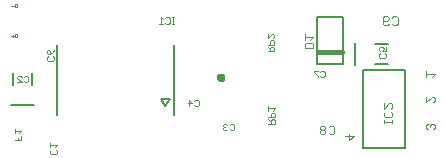
<source format=gbr>
G04 EAGLE Gerber RS-274X export*
G75*
%MOMM*%
%FSLAX34Y34*%
%LPD*%
%INSilkscreen Bottom*%
%IPPOS*%
%AMOC8*
5,1,8,0,0,1.08239X$1,22.5*%
G01*
%ADD10C,0.406400*%
%ADD11C,0.050800*%
%ADD12C,0.076200*%
%ADD13C,0.203200*%
%ADD14C,0.127000*%
%ADD15C,0.101600*%
%ADD16C,0.025400*%


D10*
X191604Y91694D02*
X191606Y91769D01*
X191612Y91844D01*
X191622Y91919D01*
X191635Y91993D01*
X191653Y92066D01*
X191674Y92138D01*
X191699Y92209D01*
X191728Y92278D01*
X191761Y92346D01*
X191796Y92412D01*
X191836Y92476D01*
X191878Y92538D01*
X191924Y92598D01*
X191973Y92655D01*
X192025Y92709D01*
X192079Y92761D01*
X192136Y92810D01*
X192196Y92856D01*
X192258Y92898D01*
X192322Y92938D01*
X192388Y92973D01*
X192456Y93006D01*
X192525Y93035D01*
X192596Y93060D01*
X192668Y93081D01*
X192741Y93099D01*
X192815Y93112D01*
X192890Y93122D01*
X192965Y93128D01*
X193040Y93130D01*
X193115Y93128D01*
X193190Y93122D01*
X193265Y93112D01*
X193339Y93099D01*
X193412Y93081D01*
X193484Y93060D01*
X193555Y93035D01*
X193624Y93006D01*
X193692Y92973D01*
X193758Y92938D01*
X193822Y92898D01*
X193884Y92856D01*
X193944Y92810D01*
X194001Y92761D01*
X194055Y92709D01*
X194107Y92655D01*
X194156Y92598D01*
X194202Y92538D01*
X194244Y92476D01*
X194284Y92412D01*
X194319Y92346D01*
X194352Y92278D01*
X194381Y92209D01*
X194406Y92138D01*
X194427Y92066D01*
X194445Y91993D01*
X194458Y91919D01*
X194468Y91844D01*
X194474Y91769D01*
X194476Y91694D01*
X194474Y91619D01*
X194468Y91544D01*
X194458Y91469D01*
X194445Y91395D01*
X194427Y91322D01*
X194406Y91250D01*
X194381Y91179D01*
X194352Y91110D01*
X194319Y91042D01*
X194284Y90976D01*
X194244Y90912D01*
X194202Y90850D01*
X194156Y90790D01*
X194107Y90733D01*
X194055Y90679D01*
X194001Y90627D01*
X193944Y90578D01*
X193884Y90532D01*
X193822Y90490D01*
X193758Y90450D01*
X193692Y90415D01*
X193624Y90382D01*
X193555Y90353D01*
X193484Y90328D01*
X193412Y90307D01*
X193339Y90289D01*
X193265Y90276D01*
X193190Y90266D01*
X193115Y90260D01*
X193040Y90258D01*
X192965Y90260D01*
X192890Y90266D01*
X192815Y90276D01*
X192741Y90289D01*
X192668Y90307D01*
X192596Y90328D01*
X192525Y90353D01*
X192456Y90382D01*
X192388Y90415D01*
X192322Y90450D01*
X192258Y90490D01*
X192196Y90532D01*
X192136Y90578D01*
X192079Y90627D01*
X192025Y90679D01*
X191973Y90733D01*
X191924Y90790D01*
X191878Y90850D01*
X191836Y90912D01*
X191796Y90976D01*
X191761Y91042D01*
X191728Y91110D01*
X191699Y91179D01*
X191674Y91250D01*
X191653Y91322D01*
X191635Y91395D01*
X191622Y91469D01*
X191612Y91544D01*
X191606Y91619D01*
X191604Y91694D01*
D11*
X54353Y29670D02*
X53421Y30602D01*
X54353Y29670D02*
X54353Y27806D01*
X53421Y26874D01*
X49692Y26874D01*
X48760Y27806D01*
X48760Y29670D01*
X49692Y30602D01*
X52489Y32487D02*
X54353Y34351D01*
X48760Y34351D01*
X48760Y32487D02*
X48760Y36215D01*
X200538Y51397D02*
X201470Y52329D01*
X203334Y52329D01*
X204266Y51397D01*
X204266Y47668D01*
X203334Y46736D01*
X201470Y46736D01*
X200538Y47668D01*
X198653Y51397D02*
X197721Y52329D01*
X195857Y52329D01*
X194925Y51397D01*
X194925Y50465D01*
X195857Y49532D01*
X196789Y49532D01*
X195857Y49532D02*
X194925Y48600D01*
X194925Y47668D01*
X195857Y46736D01*
X197721Y46736D01*
X198653Y47668D01*
X171498Y72903D02*
X170566Y71971D01*
X171498Y72903D02*
X173362Y72903D01*
X174294Y71971D01*
X174294Y68242D01*
X173362Y67310D01*
X171498Y67310D01*
X170566Y68242D01*
X165885Y67310D02*
X165885Y72903D01*
X168681Y70106D01*
X164953Y70106D01*
D12*
X337840Y142161D02*
X339069Y143389D01*
X341527Y143389D01*
X342755Y142161D01*
X342755Y137246D01*
X341527Y136017D01*
X339069Y136017D01*
X337840Y137246D01*
X335271Y137246D02*
X334042Y136017D01*
X331585Y136017D01*
X330356Y137246D01*
X330356Y142161D01*
X331585Y143389D01*
X334042Y143389D01*
X335271Y142161D01*
X335271Y140932D01*
X334042Y139703D01*
X330356Y139703D01*
D11*
X239019Y52324D02*
X233426Y52324D01*
X239019Y52324D02*
X239019Y55120D01*
X238087Y56053D01*
X236222Y56053D01*
X235290Y55120D01*
X235290Y52324D01*
X235290Y54188D02*
X233426Y56053D01*
X233426Y57937D02*
X239019Y57937D01*
X239019Y60733D01*
X238087Y61666D01*
X236222Y61666D01*
X235290Y60733D01*
X235290Y57937D01*
X237155Y63550D02*
X239019Y65414D01*
X233426Y65414D01*
X233426Y63550D02*
X233426Y67279D01*
X232664Y113792D02*
X238257Y113792D01*
X238257Y116588D01*
X237325Y117521D01*
X235460Y117521D01*
X234528Y116588D01*
X234528Y113792D01*
X234528Y115656D02*
X232664Y117521D01*
X232664Y119405D02*
X238257Y119405D01*
X238257Y122201D01*
X237325Y123134D01*
X235460Y123134D01*
X234528Y122201D01*
X234528Y119405D01*
X232664Y125018D02*
X232664Y128747D01*
X232664Y125018D02*
X236393Y128747D01*
X237325Y128747D01*
X238257Y127815D01*
X238257Y125950D01*
X237325Y125018D01*
D13*
X153670Y119126D02*
X153670Y59436D01*
X54610Y59436D02*
X54610Y119126D01*
X142240Y73406D02*
X149860Y73406D01*
X146050Y67056D02*
X142240Y73406D01*
X146050Y67056D02*
X149860Y73406D01*
D11*
X151552Y137160D02*
X153416Y137160D01*
X152484Y137160D02*
X152484Y142753D01*
X153416Y142753D02*
X151552Y142753D01*
X146878Y142753D02*
X145945Y141821D01*
X146878Y142753D02*
X148742Y142753D01*
X149674Y141821D01*
X149674Y138092D01*
X148742Y137160D01*
X146878Y137160D01*
X145945Y138092D01*
X144061Y140889D02*
X142197Y142753D01*
X142197Y137160D01*
X144061Y137160D02*
X140332Y137160D01*
X24135Y38608D02*
X18542Y38608D01*
X24135Y38608D02*
X24135Y42337D01*
X21338Y40472D02*
X21338Y38608D01*
X22271Y44221D02*
X24135Y46085D01*
X18542Y46085D01*
X18542Y44221D02*
X18542Y47950D01*
D14*
X323850Y103378D02*
X334518Y103378D01*
X334518Y119634D02*
X323850Y119634D01*
X307086Y121158D02*
X307086Y101854D01*
D11*
X331813Y111933D02*
X332745Y111000D01*
X332745Y109136D01*
X331813Y108204D01*
X328084Y108204D01*
X327152Y109136D01*
X327152Y111000D01*
X328084Y111933D01*
X332745Y113817D02*
X332745Y117546D01*
X332745Y113817D02*
X329948Y113817D01*
X330881Y115681D01*
X330881Y116613D01*
X329948Y117546D01*
X328084Y117546D01*
X327152Y116613D01*
X327152Y114749D01*
X328084Y113817D01*
D14*
X33528Y95504D02*
X33528Y84836D01*
X17272Y84836D02*
X17272Y95504D01*
X15748Y68072D02*
X35052Y68072D01*
D11*
X26244Y92291D02*
X27176Y93223D01*
X29040Y93223D01*
X29972Y92291D01*
X29972Y88562D01*
X29040Y87630D01*
X27176Y87630D01*
X26244Y88562D01*
X24359Y87630D02*
X20630Y87630D01*
X24359Y87630D02*
X20630Y91359D01*
X20630Y92291D01*
X21563Y93223D01*
X23427Y93223D01*
X24359Y92291D01*
D13*
X313690Y32004D02*
X349250Y32004D01*
X349250Y97536D01*
X313690Y97536D01*
X313690Y32004D01*
D15*
X372962Y47586D02*
X374148Y48772D01*
X374148Y51145D01*
X372962Y52331D01*
X371775Y52331D01*
X370589Y51145D01*
X370589Y49959D01*
X370589Y51145D02*
X369403Y52331D01*
X368216Y52331D01*
X367030Y51145D01*
X367030Y48772D01*
X368216Y47586D01*
X305568Y42303D02*
X298450Y42303D01*
X302009Y38744D02*
X305568Y42303D01*
X302009Y43489D02*
X302009Y38744D01*
X371775Y92320D02*
X374148Y94693D01*
X367030Y94693D01*
X367030Y97065D02*
X367030Y92320D01*
X367124Y75445D02*
X367124Y70700D01*
X371869Y75445D01*
X373056Y75445D01*
X374242Y74259D01*
X374242Y71886D01*
X373056Y70700D01*
D12*
X330835Y55271D02*
X330835Y52813D01*
X330835Y54042D02*
X338207Y54042D01*
X338207Y52813D02*
X338207Y55271D01*
X338207Y61489D02*
X336979Y62718D01*
X338207Y61489D02*
X338207Y59031D01*
X336979Y57803D01*
X332064Y57803D01*
X330835Y59031D01*
X330835Y61489D01*
X332064Y62718D01*
X330835Y65287D02*
X330835Y70202D01*
X330835Y65287D02*
X335750Y70202D01*
X336979Y70202D01*
X338207Y68973D01*
X338207Y66516D01*
X336979Y65287D01*
D11*
X51567Y108460D02*
X50635Y109393D01*
X51567Y108460D02*
X51567Y106596D01*
X50635Y105664D01*
X46906Y105664D01*
X45974Y106596D01*
X45974Y108460D01*
X46906Y109393D01*
X50635Y113141D02*
X51567Y115006D01*
X50635Y113141D02*
X48770Y111277D01*
X46906Y111277D01*
X45974Y112209D01*
X45974Y114073D01*
X46906Y115006D01*
X47838Y115006D01*
X48770Y114073D01*
X48770Y111277D01*
D14*
X274750Y103190D02*
X274750Y143190D01*
X296750Y143190D01*
X296750Y103190D01*
X274750Y103190D01*
D10*
X275750Y113190D02*
X295750Y113190D01*
D12*
X271405Y116223D02*
X264033Y116223D01*
X264033Y119909D01*
X265262Y121138D01*
X270177Y121138D01*
X271405Y119909D01*
X271405Y116223D01*
X268948Y123707D02*
X271405Y126164D01*
X264033Y126164D01*
X264033Y123707D02*
X264033Y128622D01*
D11*
X278128Y97287D02*
X277196Y96355D01*
X278128Y97287D02*
X279992Y97287D01*
X280924Y96355D01*
X280924Y92626D01*
X279992Y91694D01*
X278128Y91694D01*
X277196Y92626D01*
X275311Y97287D02*
X271582Y97287D01*
X271582Y96355D01*
X275311Y92626D01*
X275311Y91694D01*
D12*
X285493Y50933D02*
X284264Y49705D01*
X285493Y50933D02*
X287950Y50933D01*
X289179Y49705D01*
X289179Y44790D01*
X287950Y43561D01*
X285493Y43561D01*
X284264Y44790D01*
X281695Y49705D02*
X280466Y50933D01*
X278009Y50933D01*
X276780Y49705D01*
X276780Y48476D01*
X278009Y47247D01*
X276780Y46018D01*
X276780Y44790D01*
X278009Y43561D01*
X280466Y43561D01*
X281695Y44790D01*
X281695Y46018D01*
X280466Y47247D01*
X281695Y48476D01*
X281695Y49705D01*
X280466Y47247D02*
X278009Y47247D01*
D16*
X20460Y151003D02*
X20460Y153799D01*
X20460Y151003D02*
X19061Y151003D01*
X18595Y151469D01*
X18595Y153333D01*
X19061Y153799D01*
X20460Y153799D01*
X17653Y152401D02*
X15789Y152401D01*
X20460Y128399D02*
X20460Y125603D01*
X19061Y125603D01*
X18595Y126069D01*
X18595Y127933D01*
X19061Y128399D01*
X20460Y128399D01*
X17653Y127001D02*
X15789Y127001D01*
X16721Y127933D02*
X16721Y126069D01*
M02*

</source>
